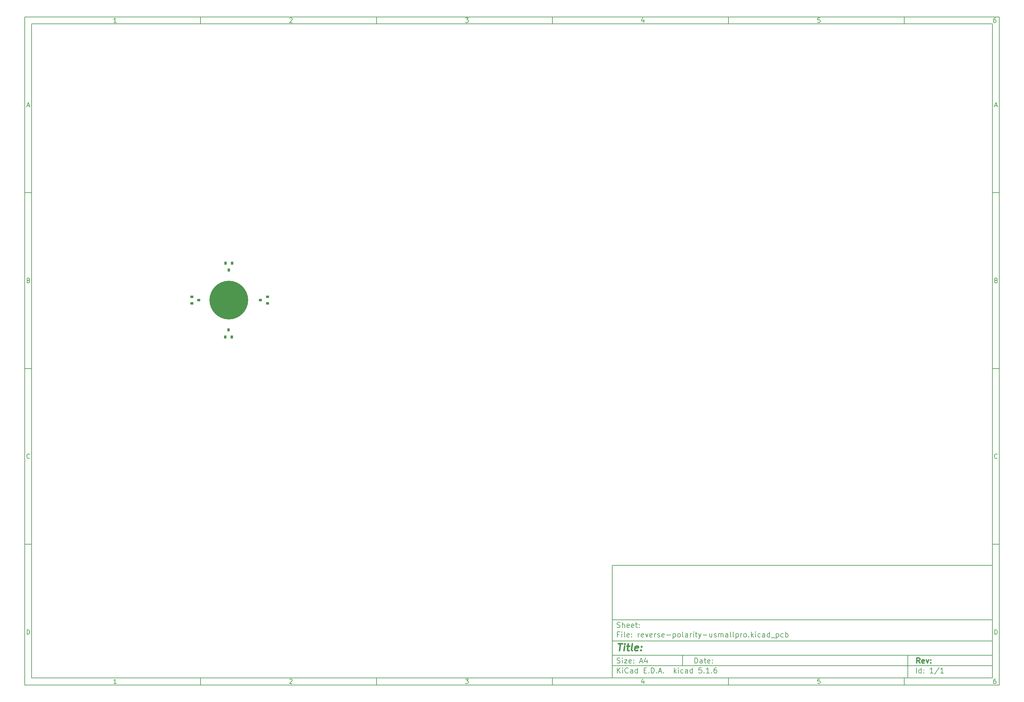
<source format=gbr>
G04 #@! TF.GenerationSoftware,KiCad,Pcbnew,5.1.6*
G04 #@! TF.CreationDate,2020-09-05T15:35:29+02:00*
G04 #@! TF.ProjectId,reverse-polarity-usmallpro,72657665-7273-4652-9d70-6f6c61726974,rev?*
G04 #@! TF.SameCoordinates,Original*
G04 #@! TF.FileFunction,Paste,Top*
G04 #@! TF.FilePolarity,Positive*
%FSLAX46Y46*%
G04 Gerber Fmt 4.6, Leading zero omitted, Abs format (unit mm)*
G04 Created by KiCad (PCBNEW 5.1.6) date 2020-09-05 15:35:29*
%MOMM*%
%LPD*%
G01*
G04 APERTURE LIST*
%ADD10C,0.100000*%
%ADD11C,0.150000*%
%ADD12C,0.300000*%
%ADD13C,0.400000*%
%ADD14C,11.000000*%
%ADD15R,0.900000X0.800000*%
%ADD16R,0.800000X0.900000*%
G04 APERTURE END LIST*
D10*
D11*
X177002200Y-166007200D02*
X177002200Y-198007200D01*
X285002200Y-198007200D01*
X285002200Y-166007200D01*
X177002200Y-166007200D01*
D10*
D11*
X10000000Y-10000000D02*
X10000000Y-200007200D01*
X287002200Y-200007200D01*
X287002200Y-10000000D01*
X10000000Y-10000000D01*
D10*
D11*
X12000000Y-12000000D02*
X12000000Y-198007200D01*
X285002200Y-198007200D01*
X285002200Y-12000000D01*
X12000000Y-12000000D01*
D10*
D11*
X60000000Y-12000000D02*
X60000000Y-10000000D01*
D10*
D11*
X110000000Y-12000000D02*
X110000000Y-10000000D01*
D10*
D11*
X160000000Y-12000000D02*
X160000000Y-10000000D01*
D10*
D11*
X210000000Y-12000000D02*
X210000000Y-10000000D01*
D10*
D11*
X260000000Y-12000000D02*
X260000000Y-10000000D01*
D10*
D11*
X36065476Y-11588095D02*
X35322619Y-11588095D01*
X35694047Y-11588095D02*
X35694047Y-10288095D01*
X35570238Y-10473809D01*
X35446428Y-10597619D01*
X35322619Y-10659523D01*
D10*
D11*
X85322619Y-10411904D02*
X85384523Y-10350000D01*
X85508333Y-10288095D01*
X85817857Y-10288095D01*
X85941666Y-10350000D01*
X86003571Y-10411904D01*
X86065476Y-10535714D01*
X86065476Y-10659523D01*
X86003571Y-10845238D01*
X85260714Y-11588095D01*
X86065476Y-11588095D01*
D10*
D11*
X135260714Y-10288095D02*
X136065476Y-10288095D01*
X135632142Y-10783333D01*
X135817857Y-10783333D01*
X135941666Y-10845238D01*
X136003571Y-10907142D01*
X136065476Y-11030952D01*
X136065476Y-11340476D01*
X136003571Y-11464285D01*
X135941666Y-11526190D01*
X135817857Y-11588095D01*
X135446428Y-11588095D01*
X135322619Y-11526190D01*
X135260714Y-11464285D01*
D10*
D11*
X185941666Y-10721428D02*
X185941666Y-11588095D01*
X185632142Y-10226190D02*
X185322619Y-11154761D01*
X186127380Y-11154761D01*
D10*
D11*
X236003571Y-10288095D02*
X235384523Y-10288095D01*
X235322619Y-10907142D01*
X235384523Y-10845238D01*
X235508333Y-10783333D01*
X235817857Y-10783333D01*
X235941666Y-10845238D01*
X236003571Y-10907142D01*
X236065476Y-11030952D01*
X236065476Y-11340476D01*
X236003571Y-11464285D01*
X235941666Y-11526190D01*
X235817857Y-11588095D01*
X235508333Y-11588095D01*
X235384523Y-11526190D01*
X235322619Y-11464285D01*
D10*
D11*
X285941666Y-10288095D02*
X285694047Y-10288095D01*
X285570238Y-10350000D01*
X285508333Y-10411904D01*
X285384523Y-10597619D01*
X285322619Y-10845238D01*
X285322619Y-11340476D01*
X285384523Y-11464285D01*
X285446428Y-11526190D01*
X285570238Y-11588095D01*
X285817857Y-11588095D01*
X285941666Y-11526190D01*
X286003571Y-11464285D01*
X286065476Y-11340476D01*
X286065476Y-11030952D01*
X286003571Y-10907142D01*
X285941666Y-10845238D01*
X285817857Y-10783333D01*
X285570238Y-10783333D01*
X285446428Y-10845238D01*
X285384523Y-10907142D01*
X285322619Y-11030952D01*
D10*
D11*
X60000000Y-198007200D02*
X60000000Y-200007200D01*
D10*
D11*
X110000000Y-198007200D02*
X110000000Y-200007200D01*
D10*
D11*
X160000000Y-198007200D02*
X160000000Y-200007200D01*
D10*
D11*
X210000000Y-198007200D02*
X210000000Y-200007200D01*
D10*
D11*
X260000000Y-198007200D02*
X260000000Y-200007200D01*
D10*
D11*
X36065476Y-199595295D02*
X35322619Y-199595295D01*
X35694047Y-199595295D02*
X35694047Y-198295295D01*
X35570238Y-198481009D01*
X35446428Y-198604819D01*
X35322619Y-198666723D01*
D10*
D11*
X85322619Y-198419104D02*
X85384523Y-198357200D01*
X85508333Y-198295295D01*
X85817857Y-198295295D01*
X85941666Y-198357200D01*
X86003571Y-198419104D01*
X86065476Y-198542914D01*
X86065476Y-198666723D01*
X86003571Y-198852438D01*
X85260714Y-199595295D01*
X86065476Y-199595295D01*
D10*
D11*
X135260714Y-198295295D02*
X136065476Y-198295295D01*
X135632142Y-198790533D01*
X135817857Y-198790533D01*
X135941666Y-198852438D01*
X136003571Y-198914342D01*
X136065476Y-199038152D01*
X136065476Y-199347676D01*
X136003571Y-199471485D01*
X135941666Y-199533390D01*
X135817857Y-199595295D01*
X135446428Y-199595295D01*
X135322619Y-199533390D01*
X135260714Y-199471485D01*
D10*
D11*
X185941666Y-198728628D02*
X185941666Y-199595295D01*
X185632142Y-198233390D02*
X185322619Y-199161961D01*
X186127380Y-199161961D01*
D10*
D11*
X236003571Y-198295295D02*
X235384523Y-198295295D01*
X235322619Y-198914342D01*
X235384523Y-198852438D01*
X235508333Y-198790533D01*
X235817857Y-198790533D01*
X235941666Y-198852438D01*
X236003571Y-198914342D01*
X236065476Y-199038152D01*
X236065476Y-199347676D01*
X236003571Y-199471485D01*
X235941666Y-199533390D01*
X235817857Y-199595295D01*
X235508333Y-199595295D01*
X235384523Y-199533390D01*
X235322619Y-199471485D01*
D10*
D11*
X285941666Y-198295295D02*
X285694047Y-198295295D01*
X285570238Y-198357200D01*
X285508333Y-198419104D01*
X285384523Y-198604819D01*
X285322619Y-198852438D01*
X285322619Y-199347676D01*
X285384523Y-199471485D01*
X285446428Y-199533390D01*
X285570238Y-199595295D01*
X285817857Y-199595295D01*
X285941666Y-199533390D01*
X286003571Y-199471485D01*
X286065476Y-199347676D01*
X286065476Y-199038152D01*
X286003571Y-198914342D01*
X285941666Y-198852438D01*
X285817857Y-198790533D01*
X285570238Y-198790533D01*
X285446428Y-198852438D01*
X285384523Y-198914342D01*
X285322619Y-199038152D01*
D10*
D11*
X10000000Y-60000000D02*
X12000000Y-60000000D01*
D10*
D11*
X10000000Y-110000000D02*
X12000000Y-110000000D01*
D10*
D11*
X10000000Y-160000000D02*
X12000000Y-160000000D01*
D10*
D11*
X10690476Y-35216666D02*
X11309523Y-35216666D01*
X10566666Y-35588095D02*
X11000000Y-34288095D01*
X11433333Y-35588095D01*
D10*
D11*
X11092857Y-84907142D02*
X11278571Y-84969047D01*
X11340476Y-85030952D01*
X11402380Y-85154761D01*
X11402380Y-85340476D01*
X11340476Y-85464285D01*
X11278571Y-85526190D01*
X11154761Y-85588095D01*
X10659523Y-85588095D01*
X10659523Y-84288095D01*
X11092857Y-84288095D01*
X11216666Y-84350000D01*
X11278571Y-84411904D01*
X11340476Y-84535714D01*
X11340476Y-84659523D01*
X11278571Y-84783333D01*
X11216666Y-84845238D01*
X11092857Y-84907142D01*
X10659523Y-84907142D01*
D10*
D11*
X11402380Y-135464285D02*
X11340476Y-135526190D01*
X11154761Y-135588095D01*
X11030952Y-135588095D01*
X10845238Y-135526190D01*
X10721428Y-135402380D01*
X10659523Y-135278571D01*
X10597619Y-135030952D01*
X10597619Y-134845238D01*
X10659523Y-134597619D01*
X10721428Y-134473809D01*
X10845238Y-134350000D01*
X11030952Y-134288095D01*
X11154761Y-134288095D01*
X11340476Y-134350000D01*
X11402380Y-134411904D01*
D10*
D11*
X10659523Y-185588095D02*
X10659523Y-184288095D01*
X10969047Y-184288095D01*
X11154761Y-184350000D01*
X11278571Y-184473809D01*
X11340476Y-184597619D01*
X11402380Y-184845238D01*
X11402380Y-185030952D01*
X11340476Y-185278571D01*
X11278571Y-185402380D01*
X11154761Y-185526190D01*
X10969047Y-185588095D01*
X10659523Y-185588095D01*
D10*
D11*
X287002200Y-60000000D02*
X285002200Y-60000000D01*
D10*
D11*
X287002200Y-110000000D02*
X285002200Y-110000000D01*
D10*
D11*
X287002200Y-160000000D02*
X285002200Y-160000000D01*
D10*
D11*
X285692676Y-35216666D02*
X286311723Y-35216666D01*
X285568866Y-35588095D02*
X286002200Y-34288095D01*
X286435533Y-35588095D01*
D10*
D11*
X286095057Y-84907142D02*
X286280771Y-84969047D01*
X286342676Y-85030952D01*
X286404580Y-85154761D01*
X286404580Y-85340476D01*
X286342676Y-85464285D01*
X286280771Y-85526190D01*
X286156961Y-85588095D01*
X285661723Y-85588095D01*
X285661723Y-84288095D01*
X286095057Y-84288095D01*
X286218866Y-84350000D01*
X286280771Y-84411904D01*
X286342676Y-84535714D01*
X286342676Y-84659523D01*
X286280771Y-84783333D01*
X286218866Y-84845238D01*
X286095057Y-84907142D01*
X285661723Y-84907142D01*
D10*
D11*
X286404580Y-135464285D02*
X286342676Y-135526190D01*
X286156961Y-135588095D01*
X286033152Y-135588095D01*
X285847438Y-135526190D01*
X285723628Y-135402380D01*
X285661723Y-135278571D01*
X285599819Y-135030952D01*
X285599819Y-134845238D01*
X285661723Y-134597619D01*
X285723628Y-134473809D01*
X285847438Y-134350000D01*
X286033152Y-134288095D01*
X286156961Y-134288095D01*
X286342676Y-134350000D01*
X286404580Y-134411904D01*
D10*
D11*
X285661723Y-185588095D02*
X285661723Y-184288095D01*
X285971247Y-184288095D01*
X286156961Y-184350000D01*
X286280771Y-184473809D01*
X286342676Y-184597619D01*
X286404580Y-184845238D01*
X286404580Y-185030952D01*
X286342676Y-185278571D01*
X286280771Y-185402380D01*
X286156961Y-185526190D01*
X285971247Y-185588095D01*
X285661723Y-185588095D01*
D10*
D11*
X200434342Y-193785771D02*
X200434342Y-192285771D01*
X200791485Y-192285771D01*
X201005771Y-192357200D01*
X201148628Y-192500057D01*
X201220057Y-192642914D01*
X201291485Y-192928628D01*
X201291485Y-193142914D01*
X201220057Y-193428628D01*
X201148628Y-193571485D01*
X201005771Y-193714342D01*
X200791485Y-193785771D01*
X200434342Y-193785771D01*
X202577200Y-193785771D02*
X202577200Y-193000057D01*
X202505771Y-192857200D01*
X202362914Y-192785771D01*
X202077200Y-192785771D01*
X201934342Y-192857200D01*
X202577200Y-193714342D02*
X202434342Y-193785771D01*
X202077200Y-193785771D01*
X201934342Y-193714342D01*
X201862914Y-193571485D01*
X201862914Y-193428628D01*
X201934342Y-193285771D01*
X202077200Y-193214342D01*
X202434342Y-193214342D01*
X202577200Y-193142914D01*
X203077200Y-192785771D02*
X203648628Y-192785771D01*
X203291485Y-192285771D02*
X203291485Y-193571485D01*
X203362914Y-193714342D01*
X203505771Y-193785771D01*
X203648628Y-193785771D01*
X204720057Y-193714342D02*
X204577200Y-193785771D01*
X204291485Y-193785771D01*
X204148628Y-193714342D01*
X204077200Y-193571485D01*
X204077200Y-193000057D01*
X204148628Y-192857200D01*
X204291485Y-192785771D01*
X204577200Y-192785771D01*
X204720057Y-192857200D01*
X204791485Y-193000057D01*
X204791485Y-193142914D01*
X204077200Y-193285771D01*
X205434342Y-193642914D02*
X205505771Y-193714342D01*
X205434342Y-193785771D01*
X205362914Y-193714342D01*
X205434342Y-193642914D01*
X205434342Y-193785771D01*
X205434342Y-192857200D02*
X205505771Y-192928628D01*
X205434342Y-193000057D01*
X205362914Y-192928628D01*
X205434342Y-192857200D01*
X205434342Y-193000057D01*
D10*
D11*
X177002200Y-194507200D02*
X285002200Y-194507200D01*
D10*
D11*
X178434342Y-196585771D02*
X178434342Y-195085771D01*
X179291485Y-196585771D02*
X178648628Y-195728628D01*
X179291485Y-195085771D02*
X178434342Y-195942914D01*
X179934342Y-196585771D02*
X179934342Y-195585771D01*
X179934342Y-195085771D02*
X179862914Y-195157200D01*
X179934342Y-195228628D01*
X180005771Y-195157200D01*
X179934342Y-195085771D01*
X179934342Y-195228628D01*
X181505771Y-196442914D02*
X181434342Y-196514342D01*
X181220057Y-196585771D01*
X181077200Y-196585771D01*
X180862914Y-196514342D01*
X180720057Y-196371485D01*
X180648628Y-196228628D01*
X180577200Y-195942914D01*
X180577200Y-195728628D01*
X180648628Y-195442914D01*
X180720057Y-195300057D01*
X180862914Y-195157200D01*
X181077200Y-195085771D01*
X181220057Y-195085771D01*
X181434342Y-195157200D01*
X181505771Y-195228628D01*
X182791485Y-196585771D02*
X182791485Y-195800057D01*
X182720057Y-195657200D01*
X182577200Y-195585771D01*
X182291485Y-195585771D01*
X182148628Y-195657200D01*
X182791485Y-196514342D02*
X182648628Y-196585771D01*
X182291485Y-196585771D01*
X182148628Y-196514342D01*
X182077200Y-196371485D01*
X182077200Y-196228628D01*
X182148628Y-196085771D01*
X182291485Y-196014342D01*
X182648628Y-196014342D01*
X182791485Y-195942914D01*
X184148628Y-196585771D02*
X184148628Y-195085771D01*
X184148628Y-196514342D02*
X184005771Y-196585771D01*
X183720057Y-196585771D01*
X183577200Y-196514342D01*
X183505771Y-196442914D01*
X183434342Y-196300057D01*
X183434342Y-195871485D01*
X183505771Y-195728628D01*
X183577200Y-195657200D01*
X183720057Y-195585771D01*
X184005771Y-195585771D01*
X184148628Y-195657200D01*
X186005771Y-195800057D02*
X186505771Y-195800057D01*
X186720057Y-196585771D02*
X186005771Y-196585771D01*
X186005771Y-195085771D01*
X186720057Y-195085771D01*
X187362914Y-196442914D02*
X187434342Y-196514342D01*
X187362914Y-196585771D01*
X187291485Y-196514342D01*
X187362914Y-196442914D01*
X187362914Y-196585771D01*
X188077200Y-196585771D02*
X188077200Y-195085771D01*
X188434342Y-195085771D01*
X188648628Y-195157200D01*
X188791485Y-195300057D01*
X188862914Y-195442914D01*
X188934342Y-195728628D01*
X188934342Y-195942914D01*
X188862914Y-196228628D01*
X188791485Y-196371485D01*
X188648628Y-196514342D01*
X188434342Y-196585771D01*
X188077200Y-196585771D01*
X189577200Y-196442914D02*
X189648628Y-196514342D01*
X189577200Y-196585771D01*
X189505771Y-196514342D01*
X189577200Y-196442914D01*
X189577200Y-196585771D01*
X190220057Y-196157200D02*
X190934342Y-196157200D01*
X190077200Y-196585771D02*
X190577200Y-195085771D01*
X191077200Y-196585771D01*
X191577200Y-196442914D02*
X191648628Y-196514342D01*
X191577200Y-196585771D01*
X191505771Y-196514342D01*
X191577200Y-196442914D01*
X191577200Y-196585771D01*
X194577200Y-196585771D02*
X194577200Y-195085771D01*
X194720057Y-196014342D02*
X195148628Y-196585771D01*
X195148628Y-195585771D02*
X194577200Y-196157200D01*
X195791485Y-196585771D02*
X195791485Y-195585771D01*
X195791485Y-195085771D02*
X195720057Y-195157200D01*
X195791485Y-195228628D01*
X195862914Y-195157200D01*
X195791485Y-195085771D01*
X195791485Y-195228628D01*
X197148628Y-196514342D02*
X197005771Y-196585771D01*
X196720057Y-196585771D01*
X196577200Y-196514342D01*
X196505771Y-196442914D01*
X196434342Y-196300057D01*
X196434342Y-195871485D01*
X196505771Y-195728628D01*
X196577200Y-195657200D01*
X196720057Y-195585771D01*
X197005771Y-195585771D01*
X197148628Y-195657200D01*
X198434342Y-196585771D02*
X198434342Y-195800057D01*
X198362914Y-195657200D01*
X198220057Y-195585771D01*
X197934342Y-195585771D01*
X197791485Y-195657200D01*
X198434342Y-196514342D02*
X198291485Y-196585771D01*
X197934342Y-196585771D01*
X197791485Y-196514342D01*
X197720057Y-196371485D01*
X197720057Y-196228628D01*
X197791485Y-196085771D01*
X197934342Y-196014342D01*
X198291485Y-196014342D01*
X198434342Y-195942914D01*
X199791485Y-196585771D02*
X199791485Y-195085771D01*
X199791485Y-196514342D02*
X199648628Y-196585771D01*
X199362914Y-196585771D01*
X199220057Y-196514342D01*
X199148628Y-196442914D01*
X199077200Y-196300057D01*
X199077200Y-195871485D01*
X199148628Y-195728628D01*
X199220057Y-195657200D01*
X199362914Y-195585771D01*
X199648628Y-195585771D01*
X199791485Y-195657200D01*
X202362914Y-195085771D02*
X201648628Y-195085771D01*
X201577200Y-195800057D01*
X201648628Y-195728628D01*
X201791485Y-195657200D01*
X202148628Y-195657200D01*
X202291485Y-195728628D01*
X202362914Y-195800057D01*
X202434342Y-195942914D01*
X202434342Y-196300057D01*
X202362914Y-196442914D01*
X202291485Y-196514342D01*
X202148628Y-196585771D01*
X201791485Y-196585771D01*
X201648628Y-196514342D01*
X201577200Y-196442914D01*
X203077200Y-196442914D02*
X203148628Y-196514342D01*
X203077200Y-196585771D01*
X203005771Y-196514342D01*
X203077200Y-196442914D01*
X203077200Y-196585771D01*
X204577200Y-196585771D02*
X203720057Y-196585771D01*
X204148628Y-196585771D02*
X204148628Y-195085771D01*
X204005771Y-195300057D01*
X203862914Y-195442914D01*
X203720057Y-195514342D01*
X205220057Y-196442914D02*
X205291485Y-196514342D01*
X205220057Y-196585771D01*
X205148628Y-196514342D01*
X205220057Y-196442914D01*
X205220057Y-196585771D01*
X206577200Y-195085771D02*
X206291485Y-195085771D01*
X206148628Y-195157200D01*
X206077200Y-195228628D01*
X205934342Y-195442914D01*
X205862914Y-195728628D01*
X205862914Y-196300057D01*
X205934342Y-196442914D01*
X206005771Y-196514342D01*
X206148628Y-196585771D01*
X206434342Y-196585771D01*
X206577200Y-196514342D01*
X206648628Y-196442914D01*
X206720057Y-196300057D01*
X206720057Y-195942914D01*
X206648628Y-195800057D01*
X206577200Y-195728628D01*
X206434342Y-195657200D01*
X206148628Y-195657200D01*
X206005771Y-195728628D01*
X205934342Y-195800057D01*
X205862914Y-195942914D01*
D10*
D11*
X177002200Y-191507200D02*
X285002200Y-191507200D01*
D10*
D12*
X264411485Y-193785771D02*
X263911485Y-193071485D01*
X263554342Y-193785771D02*
X263554342Y-192285771D01*
X264125771Y-192285771D01*
X264268628Y-192357200D01*
X264340057Y-192428628D01*
X264411485Y-192571485D01*
X264411485Y-192785771D01*
X264340057Y-192928628D01*
X264268628Y-193000057D01*
X264125771Y-193071485D01*
X263554342Y-193071485D01*
X265625771Y-193714342D02*
X265482914Y-193785771D01*
X265197200Y-193785771D01*
X265054342Y-193714342D01*
X264982914Y-193571485D01*
X264982914Y-193000057D01*
X265054342Y-192857200D01*
X265197200Y-192785771D01*
X265482914Y-192785771D01*
X265625771Y-192857200D01*
X265697200Y-193000057D01*
X265697200Y-193142914D01*
X264982914Y-193285771D01*
X266197200Y-192785771D02*
X266554342Y-193785771D01*
X266911485Y-192785771D01*
X267482914Y-193642914D02*
X267554342Y-193714342D01*
X267482914Y-193785771D01*
X267411485Y-193714342D01*
X267482914Y-193642914D01*
X267482914Y-193785771D01*
X267482914Y-192857200D02*
X267554342Y-192928628D01*
X267482914Y-193000057D01*
X267411485Y-192928628D01*
X267482914Y-192857200D01*
X267482914Y-193000057D01*
D10*
D11*
X178362914Y-193714342D02*
X178577200Y-193785771D01*
X178934342Y-193785771D01*
X179077200Y-193714342D01*
X179148628Y-193642914D01*
X179220057Y-193500057D01*
X179220057Y-193357200D01*
X179148628Y-193214342D01*
X179077200Y-193142914D01*
X178934342Y-193071485D01*
X178648628Y-193000057D01*
X178505771Y-192928628D01*
X178434342Y-192857200D01*
X178362914Y-192714342D01*
X178362914Y-192571485D01*
X178434342Y-192428628D01*
X178505771Y-192357200D01*
X178648628Y-192285771D01*
X179005771Y-192285771D01*
X179220057Y-192357200D01*
X179862914Y-193785771D02*
X179862914Y-192785771D01*
X179862914Y-192285771D02*
X179791485Y-192357200D01*
X179862914Y-192428628D01*
X179934342Y-192357200D01*
X179862914Y-192285771D01*
X179862914Y-192428628D01*
X180434342Y-192785771D02*
X181220057Y-192785771D01*
X180434342Y-193785771D01*
X181220057Y-193785771D01*
X182362914Y-193714342D02*
X182220057Y-193785771D01*
X181934342Y-193785771D01*
X181791485Y-193714342D01*
X181720057Y-193571485D01*
X181720057Y-193000057D01*
X181791485Y-192857200D01*
X181934342Y-192785771D01*
X182220057Y-192785771D01*
X182362914Y-192857200D01*
X182434342Y-193000057D01*
X182434342Y-193142914D01*
X181720057Y-193285771D01*
X183077200Y-193642914D02*
X183148628Y-193714342D01*
X183077200Y-193785771D01*
X183005771Y-193714342D01*
X183077200Y-193642914D01*
X183077200Y-193785771D01*
X183077200Y-192857200D02*
X183148628Y-192928628D01*
X183077200Y-193000057D01*
X183005771Y-192928628D01*
X183077200Y-192857200D01*
X183077200Y-193000057D01*
X184862914Y-193357200D02*
X185577200Y-193357200D01*
X184720057Y-193785771D02*
X185220057Y-192285771D01*
X185720057Y-193785771D01*
X186862914Y-192785771D02*
X186862914Y-193785771D01*
X186505771Y-192214342D02*
X186148628Y-193285771D01*
X187077200Y-193285771D01*
D10*
D11*
X263434342Y-196585771D02*
X263434342Y-195085771D01*
X264791485Y-196585771D02*
X264791485Y-195085771D01*
X264791485Y-196514342D02*
X264648628Y-196585771D01*
X264362914Y-196585771D01*
X264220057Y-196514342D01*
X264148628Y-196442914D01*
X264077200Y-196300057D01*
X264077200Y-195871485D01*
X264148628Y-195728628D01*
X264220057Y-195657200D01*
X264362914Y-195585771D01*
X264648628Y-195585771D01*
X264791485Y-195657200D01*
X265505771Y-196442914D02*
X265577200Y-196514342D01*
X265505771Y-196585771D01*
X265434342Y-196514342D01*
X265505771Y-196442914D01*
X265505771Y-196585771D01*
X265505771Y-195657200D02*
X265577200Y-195728628D01*
X265505771Y-195800057D01*
X265434342Y-195728628D01*
X265505771Y-195657200D01*
X265505771Y-195800057D01*
X268148628Y-196585771D02*
X267291485Y-196585771D01*
X267720057Y-196585771D02*
X267720057Y-195085771D01*
X267577200Y-195300057D01*
X267434342Y-195442914D01*
X267291485Y-195514342D01*
X269862914Y-195014342D02*
X268577200Y-196942914D01*
X271148628Y-196585771D02*
X270291485Y-196585771D01*
X270720057Y-196585771D02*
X270720057Y-195085771D01*
X270577200Y-195300057D01*
X270434342Y-195442914D01*
X270291485Y-195514342D01*
D10*
D11*
X177002200Y-187507200D02*
X285002200Y-187507200D01*
D10*
D13*
X178714580Y-188211961D02*
X179857438Y-188211961D01*
X179036009Y-190211961D02*
X179286009Y-188211961D01*
X180274104Y-190211961D02*
X180440771Y-188878628D01*
X180524104Y-188211961D02*
X180416961Y-188307200D01*
X180500295Y-188402438D01*
X180607438Y-188307200D01*
X180524104Y-188211961D01*
X180500295Y-188402438D01*
X181107438Y-188878628D02*
X181869342Y-188878628D01*
X181476485Y-188211961D02*
X181262200Y-189926247D01*
X181333628Y-190116723D01*
X181512200Y-190211961D01*
X181702676Y-190211961D01*
X182655057Y-190211961D02*
X182476485Y-190116723D01*
X182405057Y-189926247D01*
X182619342Y-188211961D01*
X184190771Y-190116723D02*
X183988390Y-190211961D01*
X183607438Y-190211961D01*
X183428866Y-190116723D01*
X183357438Y-189926247D01*
X183452676Y-189164342D01*
X183571723Y-188973866D01*
X183774104Y-188878628D01*
X184155057Y-188878628D01*
X184333628Y-188973866D01*
X184405057Y-189164342D01*
X184381247Y-189354819D01*
X183405057Y-189545295D01*
X185155057Y-190021485D02*
X185238390Y-190116723D01*
X185131247Y-190211961D01*
X185047914Y-190116723D01*
X185155057Y-190021485D01*
X185131247Y-190211961D01*
X185286009Y-188973866D02*
X185369342Y-189069104D01*
X185262200Y-189164342D01*
X185178866Y-189069104D01*
X185286009Y-188973866D01*
X185262200Y-189164342D01*
D10*
D11*
X178934342Y-185600057D02*
X178434342Y-185600057D01*
X178434342Y-186385771D02*
X178434342Y-184885771D01*
X179148628Y-184885771D01*
X179720057Y-186385771D02*
X179720057Y-185385771D01*
X179720057Y-184885771D02*
X179648628Y-184957200D01*
X179720057Y-185028628D01*
X179791485Y-184957200D01*
X179720057Y-184885771D01*
X179720057Y-185028628D01*
X180648628Y-186385771D02*
X180505771Y-186314342D01*
X180434342Y-186171485D01*
X180434342Y-184885771D01*
X181791485Y-186314342D02*
X181648628Y-186385771D01*
X181362914Y-186385771D01*
X181220057Y-186314342D01*
X181148628Y-186171485D01*
X181148628Y-185600057D01*
X181220057Y-185457200D01*
X181362914Y-185385771D01*
X181648628Y-185385771D01*
X181791485Y-185457200D01*
X181862914Y-185600057D01*
X181862914Y-185742914D01*
X181148628Y-185885771D01*
X182505771Y-186242914D02*
X182577200Y-186314342D01*
X182505771Y-186385771D01*
X182434342Y-186314342D01*
X182505771Y-186242914D01*
X182505771Y-186385771D01*
X182505771Y-185457200D02*
X182577200Y-185528628D01*
X182505771Y-185600057D01*
X182434342Y-185528628D01*
X182505771Y-185457200D01*
X182505771Y-185600057D01*
X184362914Y-186385771D02*
X184362914Y-185385771D01*
X184362914Y-185671485D02*
X184434342Y-185528628D01*
X184505771Y-185457200D01*
X184648628Y-185385771D01*
X184791485Y-185385771D01*
X185862914Y-186314342D02*
X185720057Y-186385771D01*
X185434342Y-186385771D01*
X185291485Y-186314342D01*
X185220057Y-186171485D01*
X185220057Y-185600057D01*
X185291485Y-185457200D01*
X185434342Y-185385771D01*
X185720057Y-185385771D01*
X185862914Y-185457200D01*
X185934342Y-185600057D01*
X185934342Y-185742914D01*
X185220057Y-185885771D01*
X186434342Y-185385771D02*
X186791485Y-186385771D01*
X187148628Y-185385771D01*
X188291485Y-186314342D02*
X188148628Y-186385771D01*
X187862914Y-186385771D01*
X187720057Y-186314342D01*
X187648628Y-186171485D01*
X187648628Y-185600057D01*
X187720057Y-185457200D01*
X187862914Y-185385771D01*
X188148628Y-185385771D01*
X188291485Y-185457200D01*
X188362914Y-185600057D01*
X188362914Y-185742914D01*
X187648628Y-185885771D01*
X189005771Y-186385771D02*
X189005771Y-185385771D01*
X189005771Y-185671485D02*
X189077200Y-185528628D01*
X189148628Y-185457200D01*
X189291485Y-185385771D01*
X189434342Y-185385771D01*
X189862914Y-186314342D02*
X190005771Y-186385771D01*
X190291485Y-186385771D01*
X190434342Y-186314342D01*
X190505771Y-186171485D01*
X190505771Y-186100057D01*
X190434342Y-185957200D01*
X190291485Y-185885771D01*
X190077200Y-185885771D01*
X189934342Y-185814342D01*
X189862914Y-185671485D01*
X189862914Y-185600057D01*
X189934342Y-185457200D01*
X190077200Y-185385771D01*
X190291485Y-185385771D01*
X190434342Y-185457200D01*
X191720057Y-186314342D02*
X191577200Y-186385771D01*
X191291485Y-186385771D01*
X191148628Y-186314342D01*
X191077200Y-186171485D01*
X191077200Y-185600057D01*
X191148628Y-185457200D01*
X191291485Y-185385771D01*
X191577200Y-185385771D01*
X191720057Y-185457200D01*
X191791485Y-185600057D01*
X191791485Y-185742914D01*
X191077200Y-185885771D01*
X192434342Y-185814342D02*
X193577200Y-185814342D01*
X194291485Y-185385771D02*
X194291485Y-186885771D01*
X194291485Y-185457200D02*
X194434342Y-185385771D01*
X194720057Y-185385771D01*
X194862914Y-185457200D01*
X194934342Y-185528628D01*
X195005771Y-185671485D01*
X195005771Y-186100057D01*
X194934342Y-186242914D01*
X194862914Y-186314342D01*
X194720057Y-186385771D01*
X194434342Y-186385771D01*
X194291485Y-186314342D01*
X195862914Y-186385771D02*
X195720057Y-186314342D01*
X195648628Y-186242914D01*
X195577200Y-186100057D01*
X195577200Y-185671485D01*
X195648628Y-185528628D01*
X195720057Y-185457200D01*
X195862914Y-185385771D01*
X196077200Y-185385771D01*
X196220057Y-185457200D01*
X196291485Y-185528628D01*
X196362914Y-185671485D01*
X196362914Y-186100057D01*
X196291485Y-186242914D01*
X196220057Y-186314342D01*
X196077200Y-186385771D01*
X195862914Y-186385771D01*
X197220057Y-186385771D02*
X197077200Y-186314342D01*
X197005771Y-186171485D01*
X197005771Y-184885771D01*
X198434342Y-186385771D02*
X198434342Y-185600057D01*
X198362914Y-185457200D01*
X198220057Y-185385771D01*
X197934342Y-185385771D01*
X197791485Y-185457200D01*
X198434342Y-186314342D02*
X198291485Y-186385771D01*
X197934342Y-186385771D01*
X197791485Y-186314342D01*
X197720057Y-186171485D01*
X197720057Y-186028628D01*
X197791485Y-185885771D01*
X197934342Y-185814342D01*
X198291485Y-185814342D01*
X198434342Y-185742914D01*
X199148628Y-186385771D02*
X199148628Y-185385771D01*
X199148628Y-185671485D02*
X199220057Y-185528628D01*
X199291485Y-185457200D01*
X199434342Y-185385771D01*
X199577200Y-185385771D01*
X200077200Y-186385771D02*
X200077200Y-185385771D01*
X200077200Y-184885771D02*
X200005771Y-184957200D01*
X200077200Y-185028628D01*
X200148628Y-184957200D01*
X200077200Y-184885771D01*
X200077200Y-185028628D01*
X200577200Y-185385771D02*
X201148628Y-185385771D01*
X200791485Y-184885771D02*
X200791485Y-186171485D01*
X200862914Y-186314342D01*
X201005771Y-186385771D01*
X201148628Y-186385771D01*
X201505771Y-185385771D02*
X201862914Y-186385771D01*
X202220057Y-185385771D02*
X201862914Y-186385771D01*
X201720057Y-186742914D01*
X201648628Y-186814342D01*
X201505771Y-186885771D01*
X202791485Y-185814342D02*
X203934342Y-185814342D01*
X205291485Y-185385771D02*
X205291485Y-186385771D01*
X204648628Y-185385771D02*
X204648628Y-186171485D01*
X204720057Y-186314342D01*
X204862914Y-186385771D01*
X205077200Y-186385771D01*
X205220057Y-186314342D01*
X205291485Y-186242914D01*
X205934342Y-186314342D02*
X206077200Y-186385771D01*
X206362914Y-186385771D01*
X206505771Y-186314342D01*
X206577200Y-186171485D01*
X206577200Y-186100057D01*
X206505771Y-185957200D01*
X206362914Y-185885771D01*
X206148628Y-185885771D01*
X206005771Y-185814342D01*
X205934342Y-185671485D01*
X205934342Y-185600057D01*
X206005771Y-185457200D01*
X206148628Y-185385771D01*
X206362914Y-185385771D01*
X206505771Y-185457200D01*
X207220057Y-186385771D02*
X207220057Y-185385771D01*
X207220057Y-185528628D02*
X207291485Y-185457200D01*
X207434342Y-185385771D01*
X207648628Y-185385771D01*
X207791485Y-185457200D01*
X207862914Y-185600057D01*
X207862914Y-186385771D01*
X207862914Y-185600057D02*
X207934342Y-185457200D01*
X208077200Y-185385771D01*
X208291485Y-185385771D01*
X208434342Y-185457200D01*
X208505771Y-185600057D01*
X208505771Y-186385771D01*
X209862914Y-186385771D02*
X209862914Y-185600057D01*
X209791485Y-185457200D01*
X209648628Y-185385771D01*
X209362914Y-185385771D01*
X209220057Y-185457200D01*
X209862914Y-186314342D02*
X209720057Y-186385771D01*
X209362914Y-186385771D01*
X209220057Y-186314342D01*
X209148628Y-186171485D01*
X209148628Y-186028628D01*
X209220057Y-185885771D01*
X209362914Y-185814342D01*
X209720057Y-185814342D01*
X209862914Y-185742914D01*
X210791485Y-186385771D02*
X210648628Y-186314342D01*
X210577200Y-186171485D01*
X210577200Y-184885771D01*
X211577200Y-186385771D02*
X211434342Y-186314342D01*
X211362914Y-186171485D01*
X211362914Y-184885771D01*
X212148628Y-185385771D02*
X212148628Y-186885771D01*
X212148628Y-185457200D02*
X212291485Y-185385771D01*
X212577200Y-185385771D01*
X212720057Y-185457200D01*
X212791485Y-185528628D01*
X212862914Y-185671485D01*
X212862914Y-186100057D01*
X212791485Y-186242914D01*
X212720057Y-186314342D01*
X212577200Y-186385771D01*
X212291485Y-186385771D01*
X212148628Y-186314342D01*
X213505771Y-186385771D02*
X213505771Y-185385771D01*
X213505771Y-185671485D02*
X213577200Y-185528628D01*
X213648628Y-185457200D01*
X213791485Y-185385771D01*
X213934342Y-185385771D01*
X214648628Y-186385771D02*
X214505771Y-186314342D01*
X214434342Y-186242914D01*
X214362914Y-186100057D01*
X214362914Y-185671485D01*
X214434342Y-185528628D01*
X214505771Y-185457200D01*
X214648628Y-185385771D01*
X214862914Y-185385771D01*
X215005771Y-185457200D01*
X215077200Y-185528628D01*
X215148628Y-185671485D01*
X215148628Y-186100057D01*
X215077200Y-186242914D01*
X215005771Y-186314342D01*
X214862914Y-186385771D01*
X214648628Y-186385771D01*
X215791485Y-186242914D02*
X215862914Y-186314342D01*
X215791485Y-186385771D01*
X215720057Y-186314342D01*
X215791485Y-186242914D01*
X215791485Y-186385771D01*
X216505771Y-186385771D02*
X216505771Y-184885771D01*
X216648628Y-185814342D02*
X217077200Y-186385771D01*
X217077200Y-185385771D02*
X216505771Y-185957200D01*
X217720057Y-186385771D02*
X217720057Y-185385771D01*
X217720057Y-184885771D02*
X217648628Y-184957200D01*
X217720057Y-185028628D01*
X217791485Y-184957200D01*
X217720057Y-184885771D01*
X217720057Y-185028628D01*
X219077200Y-186314342D02*
X218934342Y-186385771D01*
X218648628Y-186385771D01*
X218505771Y-186314342D01*
X218434342Y-186242914D01*
X218362914Y-186100057D01*
X218362914Y-185671485D01*
X218434342Y-185528628D01*
X218505771Y-185457200D01*
X218648628Y-185385771D01*
X218934342Y-185385771D01*
X219077200Y-185457200D01*
X220362914Y-186385771D02*
X220362914Y-185600057D01*
X220291485Y-185457200D01*
X220148628Y-185385771D01*
X219862914Y-185385771D01*
X219720057Y-185457200D01*
X220362914Y-186314342D02*
X220220057Y-186385771D01*
X219862914Y-186385771D01*
X219720057Y-186314342D01*
X219648628Y-186171485D01*
X219648628Y-186028628D01*
X219720057Y-185885771D01*
X219862914Y-185814342D01*
X220220057Y-185814342D01*
X220362914Y-185742914D01*
X221720057Y-186385771D02*
X221720057Y-184885771D01*
X221720057Y-186314342D02*
X221577200Y-186385771D01*
X221291485Y-186385771D01*
X221148628Y-186314342D01*
X221077200Y-186242914D01*
X221005771Y-186100057D01*
X221005771Y-185671485D01*
X221077200Y-185528628D01*
X221148628Y-185457200D01*
X221291485Y-185385771D01*
X221577200Y-185385771D01*
X221720057Y-185457200D01*
X222077200Y-186528628D02*
X223220057Y-186528628D01*
X223577200Y-185385771D02*
X223577200Y-186885771D01*
X223577200Y-185457200D02*
X223720057Y-185385771D01*
X224005771Y-185385771D01*
X224148628Y-185457200D01*
X224220057Y-185528628D01*
X224291485Y-185671485D01*
X224291485Y-186100057D01*
X224220057Y-186242914D01*
X224148628Y-186314342D01*
X224005771Y-186385771D01*
X223720057Y-186385771D01*
X223577200Y-186314342D01*
X225577200Y-186314342D02*
X225434342Y-186385771D01*
X225148628Y-186385771D01*
X225005771Y-186314342D01*
X224934342Y-186242914D01*
X224862914Y-186100057D01*
X224862914Y-185671485D01*
X224934342Y-185528628D01*
X225005771Y-185457200D01*
X225148628Y-185385771D01*
X225434342Y-185385771D01*
X225577200Y-185457200D01*
X226220057Y-186385771D02*
X226220057Y-184885771D01*
X226220057Y-185457200D02*
X226362914Y-185385771D01*
X226648628Y-185385771D01*
X226791485Y-185457200D01*
X226862914Y-185528628D01*
X226934342Y-185671485D01*
X226934342Y-186100057D01*
X226862914Y-186242914D01*
X226791485Y-186314342D01*
X226648628Y-186385771D01*
X226362914Y-186385771D01*
X226220057Y-186314342D01*
D10*
D11*
X177002200Y-181507200D02*
X285002200Y-181507200D01*
D10*
D11*
X178362914Y-183614342D02*
X178577200Y-183685771D01*
X178934342Y-183685771D01*
X179077200Y-183614342D01*
X179148628Y-183542914D01*
X179220057Y-183400057D01*
X179220057Y-183257200D01*
X179148628Y-183114342D01*
X179077200Y-183042914D01*
X178934342Y-182971485D01*
X178648628Y-182900057D01*
X178505771Y-182828628D01*
X178434342Y-182757200D01*
X178362914Y-182614342D01*
X178362914Y-182471485D01*
X178434342Y-182328628D01*
X178505771Y-182257200D01*
X178648628Y-182185771D01*
X179005771Y-182185771D01*
X179220057Y-182257200D01*
X179862914Y-183685771D02*
X179862914Y-182185771D01*
X180505771Y-183685771D02*
X180505771Y-182900057D01*
X180434342Y-182757200D01*
X180291485Y-182685771D01*
X180077200Y-182685771D01*
X179934342Y-182757200D01*
X179862914Y-182828628D01*
X181791485Y-183614342D02*
X181648628Y-183685771D01*
X181362914Y-183685771D01*
X181220057Y-183614342D01*
X181148628Y-183471485D01*
X181148628Y-182900057D01*
X181220057Y-182757200D01*
X181362914Y-182685771D01*
X181648628Y-182685771D01*
X181791485Y-182757200D01*
X181862914Y-182900057D01*
X181862914Y-183042914D01*
X181148628Y-183185771D01*
X183077200Y-183614342D02*
X182934342Y-183685771D01*
X182648628Y-183685771D01*
X182505771Y-183614342D01*
X182434342Y-183471485D01*
X182434342Y-182900057D01*
X182505771Y-182757200D01*
X182648628Y-182685771D01*
X182934342Y-182685771D01*
X183077200Y-182757200D01*
X183148628Y-182900057D01*
X183148628Y-183042914D01*
X182434342Y-183185771D01*
X183577200Y-182685771D02*
X184148628Y-182685771D01*
X183791485Y-182185771D02*
X183791485Y-183471485D01*
X183862914Y-183614342D01*
X184005771Y-183685771D01*
X184148628Y-183685771D01*
X184648628Y-183542914D02*
X184720057Y-183614342D01*
X184648628Y-183685771D01*
X184577200Y-183614342D01*
X184648628Y-183542914D01*
X184648628Y-183685771D01*
X184648628Y-182757200D02*
X184720057Y-182828628D01*
X184648628Y-182900057D01*
X184577200Y-182828628D01*
X184648628Y-182757200D01*
X184648628Y-182900057D01*
D10*
D11*
X197002200Y-191507200D02*
X197002200Y-194507200D01*
D10*
D11*
X261002200Y-191507200D02*
X261002200Y-198007200D01*
D14*
X68000000Y-90500000D03*
D15*
X79000000Y-91500000D03*
X79000000Y-89600000D03*
X77000000Y-90550000D03*
D16*
X67950000Y-99000000D03*
X68900000Y-101000000D03*
X67000000Y-101000000D03*
D15*
X57500000Y-89600000D03*
X57500000Y-91500000D03*
X59500000Y-90550000D03*
D16*
X68000000Y-82000000D03*
X67050000Y-80000000D03*
X68950000Y-80000000D03*
M02*

</source>
